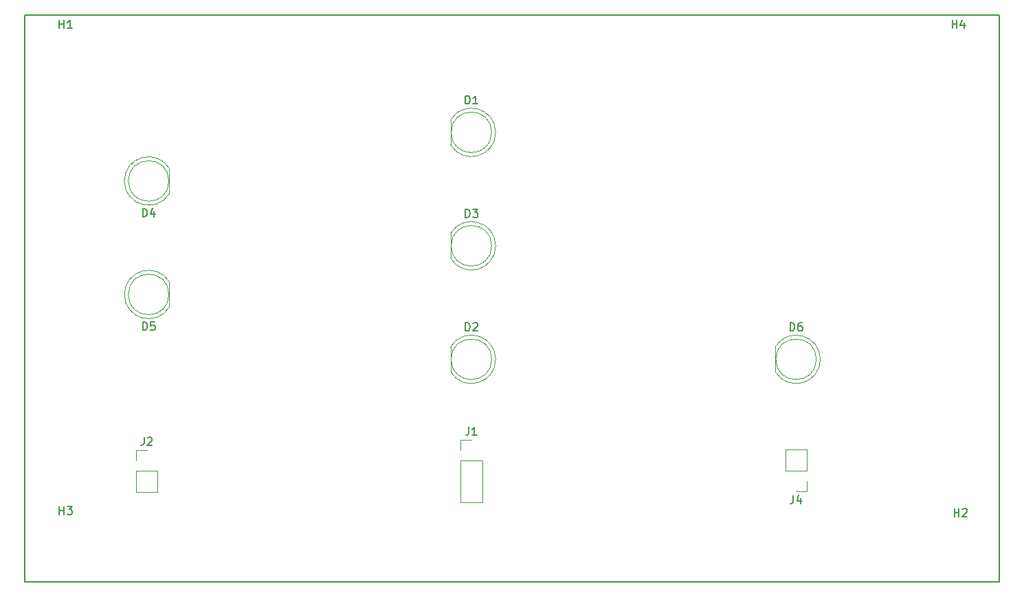
<source format=gbr>
%TF.GenerationSoftware,KiCad,Pcbnew,(5.1.6)-1*%
%TF.CreationDate,2021-09-18T15:37:18+02:00*%
%TF.ProjectId,Frontplate_v1,46726f6e-7470-46c6-9174-655f76312e6b,1*%
%TF.SameCoordinates,PX4e33880PY85099e0*%
%TF.FileFunction,Legend,Top*%
%TF.FilePolarity,Positive*%
%FSLAX46Y46*%
G04 Gerber Fmt 4.6, Leading zero omitted, Abs format (unit mm)*
G04 Created by KiCad (PCBNEW (5.1.6)-1) date 2021-09-18 15:37:18*
%MOMM*%
%LPD*%
G01*
G04 APERTURE LIST*
%TA.AperFunction,Profile*%
%ADD10C,0.150000*%
%TD*%
%ADD11C,0.120000*%
%ADD12C,0.150000*%
G04 APERTURE END LIST*
D10*
X88000000Y59500000D02*
X-32000000Y59500000D01*
X88000000Y-10500000D02*
X88000000Y59500000D01*
X88000000Y-10500000D02*
X-32000000Y-10500000D01*
X-32000000Y-10500000D02*
X-32000000Y59500000D01*
D11*
X64330000Y670000D02*
X63000000Y670000D01*
X64330000Y2000000D02*
X64330000Y670000D01*
X64330000Y3270000D02*
X61670000Y3270000D01*
X61670000Y3270000D02*
X61670000Y5870000D01*
X64330000Y3270000D02*
X64330000Y5870000D01*
X64330000Y5870000D02*
X61670000Y5870000D01*
X60435000Y18545000D02*
X60435000Y15455000D01*
X65495000Y17000000D02*
G75*
G03*
X65495000Y17000000I-2500000J0D01*
G01*
X65985000Y17000462D02*
G75*
G02*
X60435000Y15455170I-2990000J-462D01*
G01*
X65985000Y16999538D02*
G75*
G03*
X60435000Y18544830I-2990000J462D01*
G01*
X-18330000Y5830000D02*
X-17000000Y5830000D01*
X-18330000Y4500000D02*
X-18330000Y5830000D01*
X-18330000Y3230000D02*
X-15670000Y3230000D01*
X-15670000Y3230000D02*
X-15670000Y630000D01*
X-18330000Y3230000D02*
X-18330000Y630000D01*
X-18330000Y630000D02*
X-15670000Y630000D01*
X21670000Y7080000D02*
X23000000Y7080000D01*
X21670000Y5750000D02*
X21670000Y7080000D01*
X21670000Y4480000D02*
X24330000Y4480000D01*
X24330000Y4480000D02*
X24330000Y-660000D01*
X21670000Y4480000D02*
X21670000Y-660000D01*
X21670000Y-660000D02*
X24330000Y-660000D01*
X-14210000Y23455000D02*
X-14210000Y26545000D01*
X-14270000Y25000000D02*
G75*
G03*
X-14270000Y25000000I-2500000J0D01*
G01*
X-19760000Y24999538D02*
G75*
G02*
X-14210000Y26544830I2990000J462D01*
G01*
X-19760000Y25000462D02*
G75*
G03*
X-14210000Y23455170I2990000J-462D01*
G01*
X-14210000Y37455000D02*
X-14210000Y40545000D01*
X-14270000Y39000000D02*
G75*
G03*
X-14270000Y39000000I-2500000J0D01*
G01*
X-19760000Y38999538D02*
G75*
G02*
X-14210000Y40544830I2990000J462D01*
G01*
X-19760000Y39000462D02*
G75*
G03*
X-14210000Y37455170I2990000J-462D01*
G01*
X20435000Y32545000D02*
X20435000Y29455000D01*
X25495000Y31000000D02*
G75*
G03*
X25495000Y31000000I-2500000J0D01*
G01*
X25985000Y31000462D02*
G75*
G02*
X20435000Y29455170I-2990000J-462D01*
G01*
X25985000Y30999538D02*
G75*
G03*
X20435000Y32544830I-2990000J462D01*
G01*
X20435000Y18545000D02*
X20435000Y15455000D01*
X25495000Y17000000D02*
G75*
G03*
X25495000Y17000000I-2500000J0D01*
G01*
X25985000Y17000462D02*
G75*
G02*
X20435000Y15455170I-2990000J-462D01*
G01*
X25985000Y16999538D02*
G75*
G03*
X20435000Y18544830I-2990000J462D01*
G01*
X20435000Y46545000D02*
X20435000Y43455000D01*
X25495000Y45000000D02*
G75*
G03*
X25495000Y45000000I-2500000J0D01*
G01*
X25985000Y45000462D02*
G75*
G02*
X20435000Y43455170I-2990000J-462D01*
G01*
X25985000Y44999538D02*
G75*
G03*
X20435000Y46544830I-2990000J462D01*
G01*
D12*
X62666666Y217620D02*
X62666666Y-496666D01*
X62619047Y-639523D01*
X62523809Y-734761D01*
X62380952Y-782380D01*
X62285714Y-782380D01*
X63571428Y-115714D02*
X63571428Y-782380D01*
X63333333Y265239D02*
X63095238Y-449047D01*
X63714285Y-449047D01*
X62256904Y20507620D02*
X62256904Y21507620D01*
X62495000Y21507620D01*
X62637857Y21460000D01*
X62733095Y21364762D01*
X62780714Y21269524D01*
X62828333Y21079048D01*
X62828333Y20936191D01*
X62780714Y20745715D01*
X62733095Y20650477D01*
X62637857Y20555239D01*
X62495000Y20507620D01*
X62256904Y20507620D01*
X63685476Y21507620D02*
X63495000Y21507620D01*
X63399761Y21460000D01*
X63352142Y21412381D01*
X63256904Y21269524D01*
X63209285Y21079048D01*
X63209285Y20698096D01*
X63256904Y20602858D01*
X63304523Y20555239D01*
X63399761Y20507620D01*
X63590238Y20507620D01*
X63685476Y20555239D01*
X63733095Y20602858D01*
X63780714Y20698096D01*
X63780714Y20936191D01*
X63733095Y21031429D01*
X63685476Y21079048D01*
X63590238Y21126667D01*
X63399761Y21126667D01*
X63304523Y21079048D01*
X63256904Y21031429D01*
X63209285Y20936191D01*
X82238095Y57847620D02*
X82238095Y58847620D01*
X82238095Y58371429D02*
X82809523Y58371429D01*
X82809523Y57847620D02*
X82809523Y58847620D01*
X83714285Y58514286D02*
X83714285Y57847620D01*
X83476190Y58895239D02*
X83238095Y58180953D01*
X83857142Y58180953D01*
X-27761905Y-2152380D02*
X-27761905Y-1152380D01*
X-27761905Y-1628571D02*
X-27190477Y-1628571D01*
X-27190477Y-2152380D02*
X-27190477Y-1152380D01*
X-26809524Y-1152380D02*
X-26190477Y-1152380D01*
X-26523810Y-1533333D01*
X-26380953Y-1533333D01*
X-26285715Y-1580952D01*
X-26238096Y-1628571D01*
X-26190477Y-1723809D01*
X-26190477Y-1961904D01*
X-26238096Y-2057142D01*
X-26285715Y-2104761D01*
X-26380953Y-2152380D01*
X-26666667Y-2152380D01*
X-26761905Y-2104761D01*
X-26809524Y-2057142D01*
X82488095Y-2402380D02*
X82488095Y-1402380D01*
X82488095Y-1878571D02*
X83059523Y-1878571D01*
X83059523Y-2402380D02*
X83059523Y-1402380D01*
X83488095Y-1497619D02*
X83535714Y-1450000D01*
X83630952Y-1402380D01*
X83869047Y-1402380D01*
X83964285Y-1450000D01*
X84011904Y-1497619D01*
X84059523Y-1592857D01*
X84059523Y-1688095D01*
X84011904Y-1830952D01*
X83440476Y-2402380D01*
X84059523Y-2402380D01*
X-27761905Y57847620D02*
X-27761905Y58847620D01*
X-27761905Y58371429D02*
X-27190477Y58371429D01*
X-27190477Y57847620D02*
X-27190477Y58847620D01*
X-26190477Y57847620D02*
X-26761905Y57847620D01*
X-26476191Y57847620D02*
X-26476191Y58847620D01*
X-26571429Y58704762D01*
X-26666667Y58609524D01*
X-26761905Y58561905D01*
X-17333334Y7377620D02*
X-17333334Y6663334D01*
X-17380953Y6520477D01*
X-17476191Y6425239D01*
X-17619048Y6377620D01*
X-17714286Y6377620D01*
X-16904762Y7282381D02*
X-16857143Y7330000D01*
X-16761905Y7377620D01*
X-16523810Y7377620D01*
X-16428572Y7330000D01*
X-16380953Y7282381D01*
X-16333334Y7187143D01*
X-16333334Y7091905D01*
X-16380953Y6949048D01*
X-16952381Y6377620D01*
X-16333334Y6377620D01*
X22666666Y8627620D02*
X22666666Y7913334D01*
X22619047Y7770477D01*
X22523809Y7675239D01*
X22380952Y7627620D01*
X22285714Y7627620D01*
X23666666Y7627620D02*
X23095238Y7627620D01*
X23380952Y7627620D02*
X23380952Y8627620D01*
X23285714Y8484762D01*
X23190476Y8389524D01*
X23095238Y8341905D01*
X-17508096Y20587620D02*
X-17508096Y21587620D01*
X-17270000Y21587620D01*
X-17127143Y21540000D01*
X-17031905Y21444762D01*
X-16984286Y21349524D01*
X-16936667Y21159048D01*
X-16936667Y21016191D01*
X-16984286Y20825715D01*
X-17031905Y20730477D01*
X-17127143Y20635239D01*
X-17270000Y20587620D01*
X-17508096Y20587620D01*
X-16031905Y21587620D02*
X-16508096Y21587620D01*
X-16555715Y21111429D01*
X-16508096Y21159048D01*
X-16412858Y21206667D01*
X-16174762Y21206667D01*
X-16079524Y21159048D01*
X-16031905Y21111429D01*
X-15984286Y21016191D01*
X-15984286Y20778096D01*
X-16031905Y20682858D01*
X-16079524Y20635239D01*
X-16174762Y20587620D01*
X-16412858Y20587620D01*
X-16508096Y20635239D01*
X-16555715Y20682858D01*
X-17508096Y34587620D02*
X-17508096Y35587620D01*
X-17270000Y35587620D01*
X-17127143Y35540000D01*
X-17031905Y35444762D01*
X-16984286Y35349524D01*
X-16936667Y35159048D01*
X-16936667Y35016191D01*
X-16984286Y34825715D01*
X-17031905Y34730477D01*
X-17127143Y34635239D01*
X-17270000Y34587620D01*
X-17508096Y34587620D01*
X-16079524Y35254286D02*
X-16079524Y34587620D01*
X-16317620Y35635239D02*
X-16555715Y34920953D01*
X-15936667Y34920953D01*
X22256904Y34507620D02*
X22256904Y35507620D01*
X22495000Y35507620D01*
X22637857Y35460000D01*
X22733095Y35364762D01*
X22780714Y35269524D01*
X22828333Y35079048D01*
X22828333Y34936191D01*
X22780714Y34745715D01*
X22733095Y34650477D01*
X22637857Y34555239D01*
X22495000Y34507620D01*
X22256904Y34507620D01*
X23161666Y35507620D02*
X23780714Y35507620D01*
X23447380Y35126667D01*
X23590238Y35126667D01*
X23685476Y35079048D01*
X23733095Y35031429D01*
X23780714Y34936191D01*
X23780714Y34698096D01*
X23733095Y34602858D01*
X23685476Y34555239D01*
X23590238Y34507620D01*
X23304523Y34507620D01*
X23209285Y34555239D01*
X23161666Y34602858D01*
X22256904Y20507620D02*
X22256904Y21507620D01*
X22495000Y21507620D01*
X22637857Y21460000D01*
X22733095Y21364762D01*
X22780714Y21269524D01*
X22828333Y21079048D01*
X22828333Y20936191D01*
X22780714Y20745715D01*
X22733095Y20650477D01*
X22637857Y20555239D01*
X22495000Y20507620D01*
X22256904Y20507620D01*
X23209285Y21412381D02*
X23256904Y21460000D01*
X23352142Y21507620D01*
X23590238Y21507620D01*
X23685476Y21460000D01*
X23733095Y21412381D01*
X23780714Y21317143D01*
X23780714Y21221905D01*
X23733095Y21079048D01*
X23161666Y20507620D01*
X23780714Y20507620D01*
X22256904Y48507620D02*
X22256904Y49507620D01*
X22495000Y49507620D01*
X22637857Y49460000D01*
X22733095Y49364762D01*
X22780714Y49269524D01*
X22828333Y49079048D01*
X22828333Y48936191D01*
X22780714Y48745715D01*
X22733095Y48650477D01*
X22637857Y48555239D01*
X22495000Y48507620D01*
X22256904Y48507620D01*
X23780714Y48507620D02*
X23209285Y48507620D01*
X23495000Y48507620D02*
X23495000Y49507620D01*
X23399761Y49364762D01*
X23304523Y49269524D01*
X23209285Y49221905D01*
M02*

</source>
